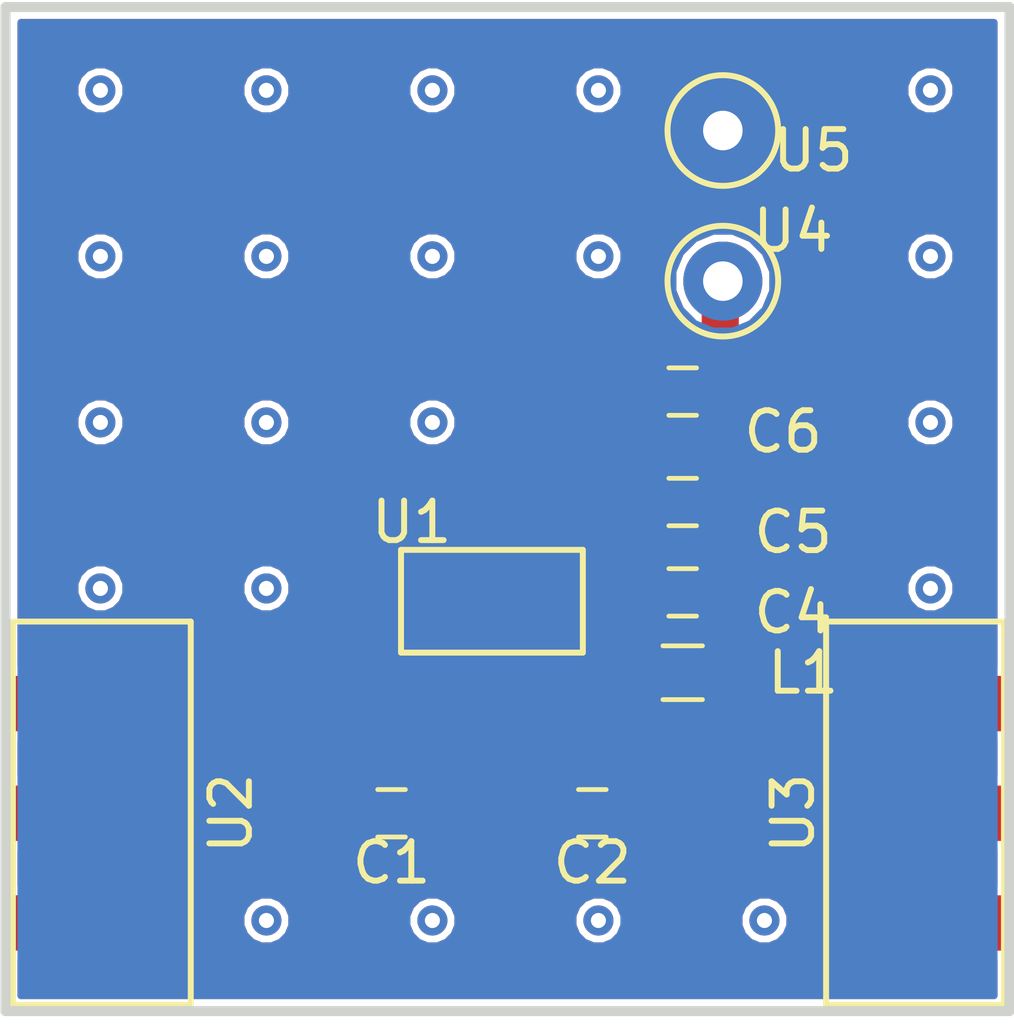
<source format=kicad_pcb>
(kicad_pcb (version 4) (host pcbnew 4.0.7)

  (general
    (links 14)
    (no_connects 1)
    (area 124.472999 99.872999 150.127001 125.527001)
    (thickness 1.6)
    (drawings 4)
    (tracks 12)
    (zones 0)
    (modules 32)
    (nets 9)
  )

  (page A4)
  (layers
    (0 F.Cu signal)
    (31 B.Cu signal)
    (32 B.Adhes user)
    (33 F.Adhes user)
    (34 B.Paste user)
    (35 F.Paste user)
    (36 B.SilkS user)
    (37 F.SilkS user)
    (38 B.Mask user)
    (39 F.Mask user)
    (40 Dwgs.User user)
    (41 Cmts.User user)
    (42 Eco1.User user)
    (43 Eco2.User user)
    (44 Edge.Cuts user)
    (45 Margin user)
    (46 B.CrtYd user)
    (47 F.CrtYd user)
    (48 B.Fab user)
    (49 F.Fab user)
  )

  (setup
    (last_trace_width 1.4)
    (user_trace_width 0.9398)
    (user_trace_width 1.4)
    (trace_clearance 0.1524)
    (zone_clearance 0.175)
    (zone_45_only no)
    (trace_min 0.1524)
    (segment_width 0.2)
    (edge_width 0.254)
    (via_size 0.6)
    (via_drill 0.4)
    (via_min_size 0.4)
    (via_min_drill 0.3)
    (uvia_size 0.3)
    (uvia_drill 0.1)
    (uvias_allowed no)
    (uvia_min_size 0.2)
    (uvia_min_drill 0.1)
    (pcb_text_width 0.3)
    (pcb_text_size 1.5 1.5)
    (mod_edge_width 0.15)
    (mod_text_size 1 1)
    (mod_text_width 0.15)
    (pad_size 0.762 0.762)
    (pad_drill 0.381)
    (pad_to_mask_clearance 0.2)
    (aux_axis_origin 0 0)
    (visible_elements 7FFFFFFF)
    (pcbplotparams
      (layerselection 0x010f0_80000001)
      (usegerberextensions false)
      (excludeedgelayer true)
      (linewidth 0.100000)
      (plotframeref false)
      (viasonmask false)
      (mode 1)
      (useauxorigin false)
      (hpglpennumber 1)
      (hpglpenspeed 20)
      (hpglpendiameter 15)
      (hpglpenoverlay 2)
      (psnegative false)
      (psa4output false)
      (plotreference true)
      (plotvalue true)
      (plotinvisibletext false)
      (padsonsilk false)
      (subtractmaskfromsilk false)
      (outputformat 1)
      (mirror false)
      (drillshape 0)
      (scaleselection 1)
      (outputdirectory Gerber/))
  )

  (net 0 "")
  (net 1 "Net-(C1-Pad1)")
  (net 2 "Net-(C1-Pad2)")
  (net 3 "Net-(C2-Pad1)")
  (net 4 "Net-(C2-Pad2)")
  (net 5 GND)
  (net 6 "Net-(C4-Pad2)")
  (net 7 "Net-(U2-Pad1)")
  (net 8 "Net-(U3-Pad1)")

  (net_class Default "This is the default net class."
    (clearance 0.1524)
    (trace_width 0.9398)
    (via_dia 0.6)
    (via_drill 0.4)
    (uvia_dia 0.3)
    (uvia_drill 0.1)
    (add_net GND)
    (add_net "Net-(C1-Pad1)")
    (add_net "Net-(C1-Pad2)")
    (add_net "Net-(C2-Pad1)")
    (add_net "Net-(C2-Pad2)")
    (add_net "Net-(C4-Pad2)")
    (add_net "Net-(U2-Pad1)")
    (add_net "Net-(U3-Pad1)")
  )

  (net_class 1 ""
    (clearance 0.289695)
    (trace_width 1.4)
    (via_dia 0.6)
    (via_drill 0.4)
    (uvia_dia 0.3)
    (uvia_drill 0.1)
  )

  (module pcb-2:SMA (layer F.Cu) (tedit 59FD34EB) (tstamp 59FD2F55)
    (at 149.86 120.396 90)
    (path /59FCC8F7)
    (fp_text reference U3 (at 0 -5.334 90) (layer F.SilkS)
      (effects (font (size 1 1) (thickness 0.15)))
    )
    (fp_text value SMA (at 0 -2.794 90) (layer F.Fab)
      (effects (font (size 1 1) (thickness 0.15)))
    )
    (fp_line (start -4.85 -4.5) (end 4.85 -4.5) (layer F.SilkS) (width 0.15))
    (fp_line (start 4.85 0) (end 4.85 -4.5) (layer F.SilkS) (width 0.15))
    (fp_line (start -4.85 0) (end -4.85 -4.5) (layer F.SilkS) (width 0.15))
    (fp_line (start -4.85 0) (end 4.85 0) (layer F.SilkS) (width 0.15))
    (pad 3 connect rect (at 2.775 -2.25 90) (size 1.4 4.5) (layers F.Cu F.Mask))
    (pad 2 connect rect (at 0 -2.25 90) (size 1.4 4.5) (layers F.Cu F.Mask)
      (net 3 "Net-(C2-Pad1)"))
    (pad 1 connect rect (at -2.775 -2.25 90) (size 1.4 4.5) (layers F.Cu F.Mask)
      (net 8 "Net-(U3-Pad1)"))
  )

  (module pcb-2:via-15mil (layer F.Cu) (tedit 59FD41A1) (tstamp 59FD4CEC)
    (at 143.8 123.108)
    (fp_text reference REF** (at 0.0508 -0.6096) (layer F.SilkS) hide
      (effects (font (size 0.127 0.127) (thickness 0.000001)))
    )
    (fp_text value via-15mil (at 0 0.6096) (layer F.Fab) hide
      (effects (font (size 0.127 0.127) (thickness 0.000001)))
    )
    (pad 1 thru_hole circle (at 0 0) (size 0.762 0.762) (drill 0.381) (layers *.Cu *.Mask))
  )

  (module pcb-2:via-15mil (layer F.Cu) (tedit 59FD41A1) (tstamp 59FD4CE8)
    (at 139.6 123.108)
    (fp_text reference REF** (at 0.0508 -0.6096) (layer F.SilkS) hide
      (effects (font (size 0.127 0.127) (thickness 0.000001)))
    )
    (fp_text value via-15mil (at 0 0.6096) (layer F.Fab) hide
      (effects (font (size 0.127 0.127) (thickness 0.000001)))
    )
    (pad 1 thru_hole circle (at 0 0) (size 0.762 0.762) (drill 0.381) (layers *.Cu *.Mask))
  )

  (module pcb-2:via-15mil (layer F.Cu) (tedit 59FD41A1) (tstamp 59FD4CE4)
    (at 135.4 123.108)
    (fp_text reference REF** (at 0.0508 -0.6096) (layer F.SilkS) hide
      (effects (font (size 0.127 0.127) (thickness 0.000001)))
    )
    (fp_text value via-15mil (at 0 0.6096) (layer F.Fab) hide
      (effects (font (size 0.127 0.127) (thickness 0.000001)))
    )
    (pad 1 thru_hole circle (at 0 0) (size 0.762 0.762) (drill 0.381) (layers *.Cu *.Mask))
  )

  (module pcb-2:via-15mil (layer F.Cu) (tedit 59FD41A1) (tstamp 59FD4CE0)
    (at 131.2 123.108)
    (fp_text reference REF** (at 0.0508 -0.6096) (layer F.SilkS) hide
      (effects (font (size 0.127 0.127) (thickness 0.000001)))
    )
    (fp_text value via-15mil (at 0 0.6096) (layer F.Fab) hide
      (effects (font (size 0.127 0.127) (thickness 0.000001)))
    )
    (pad 1 thru_hole circle (at 0 0) (size 0.762 0.762) (drill 0.381) (layers *.Cu *.Mask))
  )

  (module pcb-2:via-15mil (layer F.Cu) (tedit 59FD41A1) (tstamp 59FD4CC0)
    (at 148 114.708)
    (fp_text reference REF** (at 0.0508 -0.6096) (layer F.SilkS) hide
      (effects (font (size 0.127 0.127) (thickness 0.000001)))
    )
    (fp_text value via-15mil (at 0 0.6096) (layer F.Fab) hide
      (effects (font (size 0.127 0.127) (thickness 0.000001)))
    )
    (pad 1 thru_hole circle (at 0 0) (size 0.762 0.762) (drill 0.381) (layers *.Cu *.Mask))
  )

  (module pcb-2:via-15mil (layer F.Cu) (tedit 59FD41A1) (tstamp 59FD4CB0)
    (at 131.2 114.708)
    (fp_text reference REF** (at 0.0508 -0.6096) (layer F.SilkS) hide
      (effects (font (size 0.127 0.127) (thickness 0.000001)))
    )
    (fp_text value via-15mil (at 0 0.6096) (layer F.Fab) hide
      (effects (font (size 0.127 0.127) (thickness 0.000001)))
    )
    (pad 1 thru_hole circle (at 0 0) (size 0.762 0.762) (drill 0.381) (layers *.Cu *.Mask))
  )

  (module pcb-2:via-15mil (layer F.Cu) (tedit 59FD41A1) (tstamp 59FD4CAC)
    (at 127 114.708)
    (fp_text reference REF** (at 0.0508 -0.6096) (layer F.SilkS) hide
      (effects (font (size 0.127 0.127) (thickness 0.000001)))
    )
    (fp_text value via-15mil (at 0 0.6096) (layer F.Fab) hide
      (effects (font (size 0.127 0.127) (thickness 0.000001)))
    )
    (pad 1 thru_hole circle (at 0 0) (size 0.762 0.762) (drill 0.381) (layers *.Cu *.Mask))
  )

  (module pcb-2:via-15mil (layer F.Cu) (tedit 59FD41A1) (tstamp 59FD4CA8)
    (at 148 110.508)
    (fp_text reference REF** (at 0.0508 -0.6096) (layer F.SilkS) hide
      (effects (font (size 0.127 0.127) (thickness 0.000001)))
    )
    (fp_text value via-15mil (at 0 0.6096) (layer F.Fab) hide
      (effects (font (size 0.127 0.127) (thickness 0.000001)))
    )
    (pad 1 thru_hole circle (at 0 0) (size 0.762 0.762) (drill 0.381) (layers *.Cu *.Mask))
  )

  (module pcb-2:via-15mil (layer F.Cu) (tedit 59FD41A1) (tstamp 59FD4C9C)
    (at 135.4 110.508)
    (fp_text reference REF** (at 0.0508 -0.6096) (layer F.SilkS) hide
      (effects (font (size 0.127 0.127) (thickness 0.000001)))
    )
    (fp_text value via-15mil (at 0 0.6096) (layer F.Fab) hide
      (effects (font (size 0.127 0.127) (thickness 0.000001)))
    )
    (pad 1 thru_hole circle (at 0 0) (size 0.762 0.762) (drill 0.381) (layers *.Cu *.Mask))
  )

  (module pcb-2:via-15mil (layer F.Cu) (tedit 59FD41A1) (tstamp 59FD4C98)
    (at 131.2 110.508)
    (fp_text reference REF** (at 0.0508 -0.6096) (layer F.SilkS) hide
      (effects (font (size 0.127 0.127) (thickness 0.000001)))
    )
    (fp_text value via-15mil (at 0 0.6096) (layer F.Fab) hide
      (effects (font (size 0.127 0.127) (thickness 0.000001)))
    )
    (pad 1 thru_hole circle (at 0 0) (size 0.762 0.762) (drill 0.381) (layers *.Cu *.Mask))
  )

  (module pcb-2:via-15mil (layer F.Cu) (tedit 59FD41A1) (tstamp 59FD4C94)
    (at 127 110.508)
    (fp_text reference REF** (at 0.0508 -0.6096) (layer F.SilkS) hide
      (effects (font (size 0.127 0.127) (thickness 0.000001)))
    )
    (fp_text value via-15mil (at 0 0.6096) (layer F.Fab) hide
      (effects (font (size 0.127 0.127) (thickness 0.000001)))
    )
    (pad 1 thru_hole circle (at 0 0) (size 0.762 0.762) (drill 0.381) (layers *.Cu *.Mask))
  )

  (module pcb-2:via-15mil (layer F.Cu) (tedit 59FD41A1) (tstamp 59FD4C90)
    (at 148 106.308)
    (fp_text reference REF** (at 0.0508 -0.6096) (layer F.SilkS) hide
      (effects (font (size 0.127 0.127) (thickness 0.000001)))
    )
    (fp_text value via-15mil (at 0 0.6096) (layer F.Fab) hide
      (effects (font (size 0.127 0.127) (thickness 0.000001)))
    )
    (pad 1 thru_hole circle (at 0 0) (size 0.762 0.762) (drill 0.381) (layers *.Cu *.Mask))
  )

  (module pcb-2:via-15mil (layer F.Cu) (tedit 59FD41A1) (tstamp 59FD4C88)
    (at 139.6 106.308)
    (fp_text reference REF** (at 0.0508 -0.6096) (layer F.SilkS) hide
      (effects (font (size 0.127 0.127) (thickness 0.000001)))
    )
    (fp_text value via-15mil (at 0 0.6096) (layer F.Fab) hide
      (effects (font (size 0.127 0.127) (thickness 0.000001)))
    )
    (pad 1 thru_hole circle (at 0 0) (size 0.762 0.762) (drill 0.381) (layers *.Cu *.Mask))
  )

  (module pcb-2:via-15mil (layer F.Cu) (tedit 59FD41A1) (tstamp 59FD4C84)
    (at 135.4 106.308)
    (fp_text reference REF** (at 0.0508 -0.6096) (layer F.SilkS) hide
      (effects (font (size 0.127 0.127) (thickness 0.000001)))
    )
    (fp_text value via-15mil (at 0 0.6096) (layer F.Fab) hide
      (effects (font (size 0.127 0.127) (thickness 0.000001)))
    )
    (pad 1 thru_hole circle (at 0 0) (size 0.762 0.762) (drill 0.381) (layers *.Cu *.Mask))
  )

  (module pcb-2:via-15mil (layer F.Cu) (tedit 59FD41A1) (tstamp 59FD4C80)
    (at 131.2 106.308)
    (fp_text reference REF** (at 0.0508 -0.6096) (layer F.SilkS) hide
      (effects (font (size 0.127 0.127) (thickness 0.000001)))
    )
    (fp_text value via-15mil (at 0 0.6096) (layer F.Fab) hide
      (effects (font (size 0.127 0.127) (thickness 0.000001)))
    )
    (pad 1 thru_hole circle (at 0 0) (size 0.762 0.762) (drill 0.381) (layers *.Cu *.Mask))
  )

  (module pcb-2:via-15mil (layer F.Cu) (tedit 59FD41A1) (tstamp 59FD4C7C)
    (at 127 106.308)
    (fp_text reference REF** (at 0.0508 -0.6096) (layer F.SilkS) hide
      (effects (font (size 0.127 0.127) (thickness 0.000001)))
    )
    (fp_text value via-15mil (at 0 0.6096) (layer F.Fab) hide
      (effects (font (size 0.127 0.127) (thickness 0.000001)))
    )
    (pad 1 thru_hole circle (at 0 0) (size 0.762 0.762) (drill 0.381) (layers *.Cu *.Mask))
  )

  (module pcb-2:via-15mil (layer F.Cu) (tedit 59FD41A1) (tstamp 59FD4C78)
    (at 148 102.108)
    (fp_text reference REF** (at 0.0508 -0.6096) (layer F.SilkS) hide
      (effects (font (size 0.127 0.127) (thickness 0.000001)))
    )
    (fp_text value via-15mil (at 0 0.6096) (layer F.Fab) hide
      (effects (font (size 0.127 0.127) (thickness 0.000001)))
    )
    (pad 1 thru_hole circle (at 0 0) (size 0.762 0.762) (drill 0.381) (layers *.Cu *.Mask))
  )

  (module pcb-2:via-15mil (layer F.Cu) (tedit 59FD41A1) (tstamp 59FD4C70)
    (at 139.6 102.108)
    (fp_text reference REF** (at 0.0508 -0.6096) (layer F.SilkS) hide
      (effects (font (size 0.127 0.127) (thickness 0.000001)))
    )
    (fp_text value via-15mil (at 0 0.6096) (layer F.Fab) hide
      (effects (font (size 0.127 0.127) (thickness 0.000001)))
    )
    (pad 1 thru_hole circle (at 0 0) (size 0.762 0.762) (drill 0.381) (layers *.Cu *.Mask))
  )

  (module pcb-2:via-15mil (layer F.Cu) (tedit 59FD41A1) (tstamp 59FD4C6C)
    (at 135.4 102.108)
    (fp_text reference REF** (at 0.0508 -0.6096) (layer F.SilkS) hide
      (effects (font (size 0.127 0.127) (thickness 0.000001)))
    )
    (fp_text value via-15mil (at 0 0.6096) (layer F.Fab) hide
      (effects (font (size 0.127 0.127) (thickness 0.000001)))
    )
    (pad 1 thru_hole circle (at 0 0) (size 0.762 0.762) (drill 0.381) (layers *.Cu *.Mask))
  )

  (module pcb-2:via-15mil (layer F.Cu) (tedit 59FD41A1) (tstamp 59FD4C68)
    (at 131.2 102.108)
    (fp_text reference REF** (at 0.0508 -0.6096) (layer F.SilkS) hide
      (effects (font (size 0.127 0.127) (thickness 0.000001)))
    )
    (fp_text value via-15mil (at 0 0.6096) (layer F.Fab) hide
      (effects (font (size 0.127 0.127) (thickness 0.000001)))
    )
    (pad 1 thru_hole circle (at 0 0) (size 0.762 0.762) (drill 0.381) (layers *.Cu *.Mask))
  )

  (module pcb-2:SMA (layer F.Cu) (tedit 59FD34EE) (tstamp 59FD2F4A)
    (at 129.286 120.396 90)
    (path /59FCC216)
    (fp_text reference U2 (at 0 1.016 90) (layer F.SilkS)
      (effects (font (size 1 1) (thickness 0.15)))
    )
    (fp_text value SMA (at 0 -2.032 90) (layer F.Fab)
      (effects (font (size 1 1) (thickness 0.15)))
    )
    (fp_line (start -4.85 -4.5) (end 4.85 -4.5) (layer F.SilkS) (width 0.15))
    (fp_line (start 4.85 0) (end 4.85 -4.5) (layer F.SilkS) (width 0.15))
    (fp_line (start -4.85 0) (end -4.85 -4.5) (layer F.SilkS) (width 0.15))
    (fp_line (start -4.85 0) (end 4.85 0) (layer F.SilkS) (width 0.15))
    (pad 3 connect rect (at 2.775 -2.25 90) (size 1.4 4.5) (layers F.Cu F.Mask))
    (pad 2 connect rect (at 0 -2.25 90) (size 1.4 4.5) (layers F.Cu F.Mask)
      (net 2 "Net-(C1-Pad2)"))
    (pad 1 connect rect (at -2.775 -2.25 90) (size 1.4 4.5) (layers F.Cu F.Mask)
      (net 7 "Net-(U2-Pad1)"))
  )

  (module pcb-2:C_0603_HandSoldering (layer F.Cu) (tedit 58AA848B) (tstamp 59FD2ECD)
    (at 134.366 120.396 180)
    (descr "Capacitor SMD 0603, hand soldering")
    (tags "capacitor 0603")
    (path /59FCC324)
    (attr smd)
    (fp_text reference C1 (at 0 -1.25 180) (layer F.SilkS)
      (effects (font (size 1 1) (thickness 0.15)))
    )
    (fp_text value 100n (at 0 1.5 180) (layer F.Fab)
      (effects (font (size 1 1) (thickness 0.15)))
    )
    (fp_text user %R (at 0 -1.25 180) (layer F.Fab)
      (effects (font (size 1 1) (thickness 0.15)))
    )
    (fp_line (start -0.8 0.4) (end -0.8 -0.4) (layer F.Fab) (width 0.1))
    (fp_line (start 0.8 0.4) (end -0.8 0.4) (layer F.Fab) (width 0.1))
    (fp_line (start 0.8 -0.4) (end 0.8 0.4) (layer F.Fab) (width 0.1))
    (fp_line (start -0.8 -0.4) (end 0.8 -0.4) (layer F.Fab) (width 0.1))
    (fp_line (start -0.35 -0.6) (end 0.35 -0.6) (layer F.SilkS) (width 0.12))
    (fp_line (start 0.35 0.6) (end -0.35 0.6) (layer F.SilkS) (width 0.12))
    (fp_line (start -1.8 -0.65) (end 1.8 -0.65) (layer F.CrtYd) (width 0.05))
    (fp_line (start -1.8 -0.65) (end -1.8 0.65) (layer F.CrtYd) (width 0.05))
    (fp_line (start 1.8 0.65) (end 1.8 -0.65) (layer F.CrtYd) (width 0.05))
    (fp_line (start 1.8 0.65) (end -1.8 0.65) (layer F.CrtYd) (width 0.05))
    (pad 1 smd rect (at -0.95 0 180) (size 1.2 0.75) (layers F.Cu F.Paste F.Mask)
      (net 1 "Net-(C1-Pad1)"))
    (pad 2 smd rect (at 0.95 0 180) (size 1.2 0.75) (layers F.Cu F.Paste F.Mask)
      (net 2 "Net-(C1-Pad2)"))
    (model Capacitors_SMD.3dshapes/C_0603.wrl
      (at (xyz 0 0 0))
      (scale (xyz 1 1 1))
      (rotate (xyz 0 0 0))
    )
  )

  (module pcb-2:C_0603_HandSoldering (layer F.Cu) (tedit 58AA848B) (tstamp 59FD2EDE)
    (at 139.446 120.396 180)
    (descr "Capacitor SMD 0603, hand soldering")
    (tags "capacitor 0603")
    (path /59FCC95B)
    (attr smd)
    (fp_text reference C2 (at 0 -1.25 180) (layer F.SilkS)
      (effects (font (size 1 1) (thickness 0.15)))
    )
    (fp_text value 100n (at 0 1.5 180) (layer F.Fab)
      (effects (font (size 1 1) (thickness 0.15)))
    )
    (fp_text user %R (at 0 -1.25 180) (layer F.Fab)
      (effects (font (size 1 1) (thickness 0.15)))
    )
    (fp_line (start -0.8 0.4) (end -0.8 -0.4) (layer F.Fab) (width 0.1))
    (fp_line (start 0.8 0.4) (end -0.8 0.4) (layer F.Fab) (width 0.1))
    (fp_line (start 0.8 -0.4) (end 0.8 0.4) (layer F.Fab) (width 0.1))
    (fp_line (start -0.8 -0.4) (end 0.8 -0.4) (layer F.Fab) (width 0.1))
    (fp_line (start -0.35 -0.6) (end 0.35 -0.6) (layer F.SilkS) (width 0.12))
    (fp_line (start 0.35 0.6) (end -0.35 0.6) (layer F.SilkS) (width 0.12))
    (fp_line (start -1.8 -0.65) (end 1.8 -0.65) (layer F.CrtYd) (width 0.05))
    (fp_line (start -1.8 -0.65) (end -1.8 0.65) (layer F.CrtYd) (width 0.05))
    (fp_line (start 1.8 0.65) (end 1.8 -0.65) (layer F.CrtYd) (width 0.05))
    (fp_line (start 1.8 0.65) (end -1.8 0.65) (layer F.CrtYd) (width 0.05))
    (pad 1 smd rect (at -0.95 0 180) (size 1.2 0.75) (layers F.Cu F.Paste F.Mask)
      (net 3 "Net-(C2-Pad1)"))
    (pad 2 smd rect (at 0.95 0 180) (size 1.2 0.75) (layers F.Cu F.Paste F.Mask)
      (net 4 "Net-(C2-Pad2)"))
    (model Capacitors_SMD.3dshapes/C_0603.wrl
      (at (xyz 0 0 0))
      (scale (xyz 1 1 1))
      (rotate (xyz 0 0 0))
    )
  )

  (module pcb-2:C_0603_HandSoldering (layer F.Cu) (tedit 59FD35F6) (tstamp 59FD2EEF)
    (at 141.732 114.808)
    (descr "Capacitor SMD 0603, hand soldering")
    (tags "capacitor 0603")
    (path /59FCCEC4)
    (attr smd)
    (fp_text reference C4 (at 2.794 0.508) (layer F.SilkS)
      (effects (font (size 1 1) (thickness 0.15)))
    )
    (fp_text value 68p (at 0 1.5) (layer F.Fab)
      (effects (font (size 1 1) (thickness 0.15)))
    )
    (fp_text user %R (at 2.794 0) (layer F.Fab)
      (effects (font (size 1 1) (thickness 0.15)))
    )
    (fp_line (start -0.8 0.4) (end -0.8 -0.4) (layer F.Fab) (width 0.1))
    (fp_line (start 0.8 0.4) (end -0.8 0.4) (layer F.Fab) (width 0.1))
    (fp_line (start 0.8 -0.4) (end 0.8 0.4) (layer F.Fab) (width 0.1))
    (fp_line (start -0.8 -0.4) (end 0.8 -0.4) (layer F.Fab) (width 0.1))
    (fp_line (start -0.35 -0.6) (end 0.35 -0.6) (layer F.SilkS) (width 0.12))
    (fp_line (start 0.35 0.6) (end -0.35 0.6) (layer F.SilkS) (width 0.12))
    (fp_line (start -1.8 -0.65) (end 1.8 -0.65) (layer F.CrtYd) (width 0.05))
    (fp_line (start -1.8 -0.65) (end -1.8 0.65) (layer F.CrtYd) (width 0.05))
    (fp_line (start 1.8 0.65) (end 1.8 -0.65) (layer F.CrtYd) (width 0.05))
    (fp_line (start 1.8 0.65) (end -1.8 0.65) (layer F.CrtYd) (width 0.05))
    (pad 1 smd rect (at -0.95 0) (size 1.2 0.75) (layers F.Cu F.Paste F.Mask)
      (net 5 GND))
    (pad 2 smd rect (at 0.95 0) (size 1.2 0.75) (layers F.Cu F.Paste F.Mask)
      (net 6 "Net-(C4-Pad2)"))
    (model Capacitors_SMD.3dshapes/C_0603.wrl
      (at (xyz 0 0 0))
      (scale (xyz 1 1 1))
      (rotate (xyz 0 0 0))
    )
  )

  (module pcb-2:C_0603_HandSoldering (layer F.Cu) (tedit 59FD35F5) (tstamp 59FD2F00)
    (at 141.732 112.522)
    (descr "Capacitor SMD 0603, hand soldering")
    (tags "capacitor 0603")
    (path /59FCCF34)
    (attr smd)
    (fp_text reference C5 (at 2.794 0.762) (layer F.SilkS)
      (effects (font (size 1 1) (thickness 0.15)))
    )
    (fp_text value 1.2n (at 0 1.5) (layer F.Fab)
      (effects (font (size 1 1) (thickness 0.15)))
    )
    (fp_text user %R (at 2.794 0) (layer F.Fab)
      (effects (font (size 1 1) (thickness 0.15)))
    )
    (fp_line (start -0.8 0.4) (end -0.8 -0.4) (layer F.Fab) (width 0.1))
    (fp_line (start 0.8 0.4) (end -0.8 0.4) (layer F.Fab) (width 0.1))
    (fp_line (start 0.8 -0.4) (end 0.8 0.4) (layer F.Fab) (width 0.1))
    (fp_line (start -0.8 -0.4) (end 0.8 -0.4) (layer F.Fab) (width 0.1))
    (fp_line (start -0.35 -0.6) (end 0.35 -0.6) (layer F.SilkS) (width 0.12))
    (fp_line (start 0.35 0.6) (end -0.35 0.6) (layer F.SilkS) (width 0.12))
    (fp_line (start -1.8 -0.65) (end 1.8 -0.65) (layer F.CrtYd) (width 0.05))
    (fp_line (start -1.8 -0.65) (end -1.8 0.65) (layer F.CrtYd) (width 0.05))
    (fp_line (start 1.8 0.65) (end 1.8 -0.65) (layer F.CrtYd) (width 0.05))
    (fp_line (start 1.8 0.65) (end -1.8 0.65) (layer F.CrtYd) (width 0.05))
    (pad 1 smd rect (at -0.95 0) (size 1.2 0.75) (layers F.Cu F.Paste F.Mask)
      (net 5 GND))
    (pad 2 smd rect (at 0.95 0) (size 1.2 0.75) (layers F.Cu F.Paste F.Mask)
      (net 6 "Net-(C4-Pad2)"))
    (model Capacitors_SMD.3dshapes/C_0603.wrl
      (at (xyz 0 0 0))
      (scale (xyz 1 1 1))
      (rotate (xyz 0 0 0))
    )
  )

  (module pcb-2:C_0603_HandSoldering (layer F.Cu) (tedit 59FD35F3) (tstamp 59FD2F11)
    (at 141.732 109.728)
    (descr "Capacitor SMD 0603, hand soldering")
    (tags "capacitor 0603")
    (path /59FCCFFA)
    (attr smd)
    (fp_text reference C6 (at 2.54 1.016) (layer F.SilkS)
      (effects (font (size 1 1) (thickness 0.15)))
    )
    (fp_text value 1u (at 0 1.5) (layer F.Fab)
      (effects (font (size 1 1) (thickness 0.15)))
    )
    (fp_text user %R (at 2.794 0) (layer F.Fab)
      (effects (font (size 1 1) (thickness 0.15)))
    )
    (fp_line (start -0.8 0.4) (end -0.8 -0.4) (layer F.Fab) (width 0.1))
    (fp_line (start 0.8 0.4) (end -0.8 0.4) (layer F.Fab) (width 0.1))
    (fp_line (start 0.8 -0.4) (end 0.8 0.4) (layer F.Fab) (width 0.1))
    (fp_line (start -0.8 -0.4) (end 0.8 -0.4) (layer F.Fab) (width 0.1))
    (fp_line (start -0.35 -0.6) (end 0.35 -0.6) (layer F.SilkS) (width 0.12))
    (fp_line (start 0.35 0.6) (end -0.35 0.6) (layer F.SilkS) (width 0.12))
    (fp_line (start -1.8 -0.65) (end 1.8 -0.65) (layer F.CrtYd) (width 0.05))
    (fp_line (start -1.8 -0.65) (end -1.8 0.65) (layer F.CrtYd) (width 0.05))
    (fp_line (start 1.8 0.65) (end 1.8 -0.65) (layer F.CrtYd) (width 0.05))
    (fp_line (start 1.8 0.65) (end -1.8 0.65) (layer F.CrtYd) (width 0.05))
    (pad 1 smd rect (at -0.95 0) (size 1.2 0.75) (layers F.Cu F.Paste F.Mask)
      (net 5 GND))
    (pad 2 smd rect (at 0.95 0) (size 1.2 0.75) (layers F.Cu F.Paste F.Mask)
      (net 6 "Net-(C4-Pad2)"))
    (model Capacitors_SMD.3dshapes/C_0603.wrl
      (at (xyz 0 0 0))
      (scale (xyz 1 1 1))
      (rotate (xyz 0 0 0))
    )
  )

  (module pcb-2:L_0603_HandSoldering (layer F.Cu) (tedit 59FD2A33) (tstamp 59FD2F22)
    (at 141.732 116.84 180)
    (descr "Resistor SMD 0603, hand soldering")
    (tags "resistor 0603")
    (path /59FCCDCC)
    (attr smd)
    (fp_text reference L1 (at -3.048 0 180) (layer F.SilkS)
      (effects (font (size 1 1) (thickness 0.15)))
    )
    (fp_text value 43n (at -0.254 -1.524 180) (layer F.Fab)
      (effects (font (size 1 1) (thickness 0.15)))
    )
    (fp_text user %R (at 0 0 180) (layer F.Fab)
      (effects (font (size 0.4 0.4) (thickness 0.075)))
    )
    (fp_line (start -0.8 0.4) (end -0.8 -0.4) (layer F.Fab) (width 0.1))
    (fp_line (start 0.8 0.4) (end -0.8 0.4) (layer F.Fab) (width 0.1))
    (fp_line (start 0.8 -0.4) (end 0.8 0.4) (layer F.Fab) (width 0.1))
    (fp_line (start -0.8 -0.4) (end 0.8 -0.4) (layer F.Fab) (width 0.1))
    (fp_line (start -2 -0.8) (end 2 -0.8) (layer F.CrtYd) (width 0.05))
    (fp_line (start -2 0.8) (end 2 0.8) (layer F.CrtYd) (width 0.05))
    (fp_line (start -2 -0.8) (end -2 0.8) (layer F.CrtYd) (width 0.05))
    (fp_line (start 2 -0.8) (end 2 0.8) (layer F.CrtYd) (width 0.05))
    (fp_line (start 0.5 0.68) (end -0.5 0.68) (layer F.SilkS) (width 0.12))
    (fp_line (start -0.5 -0.68) (end 0.5 -0.68) (layer F.SilkS) (width 0.12))
    (pad 1 smd rect (at -1.1 0 180) (size 1.2 0.9) (layers F.Cu F.Paste F.Mask)
      (net 6 "Net-(C4-Pad2)"))
    (pad 2 smd rect (at 1.1 0 180) (size 1.2 0.9) (layers F.Cu F.Paste F.Mask)
      (net 4 "Net-(C2-Pad2)"))
    (model ${KISYS3DMOD}/Inductors_SMD.3dshapes/L_0603.wrl
      (at (xyz 0 0 0))
      (scale (xyz 1 1 1))
      (rotate (xyz 0 0 0))
    )
  )

  (module pcb-2:ADL5611 (layer F.Cu) (tedit 59FD35FC) (tstamp 59FD2F3F)
    (at 136.906 116.332)
    (path /59FCC12B)
    (fp_text reference U1 (at -2.032 -3.302) (layer F.SilkS)
      (effects (font (size 1 1) (thickness 0.15)))
    )
    (fp_text value ADL5611 (at 0 2.0828) (layer F.Fab)
      (effects (font (size 1 1) (thickness 0.15)))
    )
    (fp_line (start 2.3 -2.6) (end -2.3 -2.6) (layer F.SilkS) (width 0.15))
    (fp_line (start -2.3 0) (end -2.3 -2.6) (layer F.SilkS) (width 0.15))
    (fp_line (start 2.3 0) (end 2.3 -2.6) (layer F.SilkS) (width 0.15))
    (fp_line (start 2.3 0) (end -2.3 0) (layer F.SilkS) (width 0.15))
    (pad 3 smd rect (at 1.5 0.6) (size 0.52 1.2) (layers F.Cu F.Paste F.Mask)
      (net 4 "Net-(C2-Pad2)"))
    (pad 2 smd rect (at 0 -1.56) (size 1.75 2.98) (layers F.Cu F.Paste F.Mask)
      (net 5 GND))
    (pad 2 smd rect (at 0 0.565) (size 0.56 1.27) (layers F.Cu F.Paste F.Mask)
      (net 5 GND))
    (pad 1 smd rect (at -1.5 0.6) (size 0.52 1.2) (layers F.Cu F.Paste F.Mask)
      (net 1 "Net-(C1-Pad1)"))
  )

  (module pcb-2:Test_Point_Keystone_5000-5004_Miniature (layer F.Cu) (tedit 59FD35F1) (tstamp 59FD2F61)
    (at 142.748 106.934)
    (descr "Keystone Miniature THM Test Point 5000-5004, http://www.keyelco.com/product-pdf.cfm?p=1309")
    (tags "Through Hole Mount Test Points")
    (path /59FD0F60)
    (attr virtual)
    (fp_text reference U4 (at 1.778 -1.27) (layer F.SilkS)
      (effects (font (size 1 1) (thickness 0.15)))
    )
    (fp_text value VCC (at -2.794 -1.016) (layer F.Fab)
      (effects (font (size 1 1) (thickness 0.15)))
    )
    (fp_circle (center 0 0) (end 1.65 0) (layer F.CrtYd) (width 0.05))
    (fp_line (start -0.75 -0.25) (end 0.75 -0.25) (layer F.Fab) (width 0.15))
    (fp_line (start 0.75 -0.25) (end 0.75 0.25) (layer F.Fab) (width 0.15))
    (fp_line (start 0.75 0.25) (end -0.75 0.25) (layer F.Fab) (width 0.15))
    (fp_line (start -0.75 0.25) (end -0.75 -0.25) (layer F.Fab) (width 0.15))
    (fp_circle (center 0 0) (end 1.25 0) (layer F.Fab) (width 0.15))
    (fp_circle (center 0 0) (end 1.4 0) (layer F.SilkS) (width 0.15))
    (pad 1 thru_hole circle (at 0 0) (size 2 2) (drill 1) (layers *.Cu *.Mask)
      (net 6 "Net-(C4-Pad2)"))
  )

  (module pcb-2:Test_Point_Keystone_5000-5004_Miniature (layer F.Cu) (tedit 59FD35EC) (tstamp 59FD2F6D)
    (at 142.748 103.124)
    (descr "Keystone Miniature THM Test Point 5000-5004, http://www.keyelco.com/product-pdf.cfm?p=1309")
    (tags "Through Hole Mount Test Points")
    (path /59FD114D)
    (attr virtual)
    (fp_text reference U5 (at 2.286 0.508) (layer F.SilkS)
      (effects (font (size 1 1) (thickness 0.15)))
    )
    (fp_text value GND (at -2.794 0.508) (layer F.Fab)
      (effects (font (size 1 1) (thickness 0.15)))
    )
    (fp_circle (center 0 0) (end 1.65 0) (layer F.CrtYd) (width 0.05))
    (fp_line (start -0.75 -0.25) (end 0.75 -0.25) (layer F.Fab) (width 0.15))
    (fp_line (start 0.75 -0.25) (end 0.75 0.25) (layer F.Fab) (width 0.15))
    (fp_line (start 0.75 0.25) (end -0.75 0.25) (layer F.Fab) (width 0.15))
    (fp_line (start -0.75 0.25) (end -0.75 -0.25) (layer F.Fab) (width 0.15))
    (fp_circle (center 0 0) (end 1.25 0) (layer F.Fab) (width 0.15))
    (fp_circle (center 0 0) (end 1.4 0) (layer F.SilkS) (width 0.15))
    (pad 1 thru_hole circle (at 0 0) (size 2 2) (drill 1) (layers *.Cu *.Mask)
      (net 5 GND))
  )

  (module pcb-2:via-15mil (layer F.Cu) (tedit 59FD41A1) (tstamp 59FD4555)
    (at 127 102.108)
    (fp_text reference REF** (at 0.0508 -0.6096) (layer F.SilkS) hide
      (effects (font (size 0.127 0.127) (thickness 0.000001)))
    )
    (fp_text value via-15mil (at 0 0.6096) (layer F.Fab) hide
      (effects (font (size 0.127 0.127) (thickness 0.000001)))
    )
    (pad 1 thru_hole circle (at 0 0) (size 0.762 0.762) (drill 0.381) (layers *.Cu *.Mask))
  )

  (gr_line (start 150 100) (end 124.6 100) (angle 90) (layer Edge.Cuts) (width 0.254))
  (gr_line (start 124.6 125.4) (end 124.6 100) (angle 90) (layer Edge.Cuts) (width 0.254))
  (gr_line (start 150 125.4) (end 124.6 125.4) (angle 90) (layer Edge.Cuts) (width 0.254))
  (gr_line (start 150 125.4) (end 150 100) (angle 90) (layer Edge.Cuts) (width 0.254))

  (segment (start 135.406 120.306) (end 135.316 120.396) (width 0.9398) (layer F.Cu) (net 1) (tstamp 59FD34FA) (status 30))
  (segment (start 135.406 116.932) (end 135.406 120.306) (width 0.9398) (layer F.Cu) (net 1) (status 20))
  (segment (start 126.782 120.396) (end 132.842 120.396) (width 1.4) (layer F.Cu) (net 2) (status 10))
  (segment (start 132.842 120.396) (end 133.416 120.396) (width 1.4) (layer F.Cu) (net 2) (tstamp 59FD3F3B) (status 30))
  (segment (start 148.118 120.396) (end 140.396 120.396) (width 1.4) (layer F.Cu) (net 3) (status 10))
  (segment (start 140.632 116.84) (end 138.498 116.84) (width 0.9398) (layer F.Cu) (net 4) (status 10))
  (segment (start 138.496 116.842) (end 138.496 120.396) (width 0.9398) (layer F.Cu) (net 4) (tstamp 59FD34F7) (status 30))
  (segment (start 138.498 116.84) (end 138.496 116.842) (width 0.9398) (layer F.Cu) (net 4) (tstamp 59FD34F6) (status 30))
  (segment (start 142.682 107.038) (end 142.682 112.522) (width 0.9398) (layer F.Cu) (net 6) (tstamp 59FD34F0) (status 10))
  (segment (start 142.682 112.522) (end 142.682 114.808) (width 0.9398) (layer F.Cu) (net 6) (tstamp 59FD34F1) (status 10))
  (segment (start 142.682 114.808) (end 142.832 114.958) (width 0.9398) (layer F.Cu) (net 6) (tstamp 59FD34F2) (status 30))
  (segment (start 142.832 114.958) (end 142.832 116.84) (width 0.9398) (layer F.Cu) (net 6) (tstamp 59FD34F3) (status 10))

  (zone (net 5) (net_name GND) (layer F.Cu) (tstamp 59FD3F41) (hatch edge 0.508)
    (connect_pads yes (clearance 0.175))
    (min_thickness 0.175)
    (fill yes (arc_segments 16) (thermal_gap 0.508) (thermal_bridge_width 0.508))
    (polygon
      (pts
        (xy 150.114 101.346) (xy 150.114 99.822) (xy 124.46 99.822) (xy 124.46 125.73) (xy 150.114 125.476)
        (xy 150.114 100.584)
      )
    )
    (filled_polygon
      (pts
        (xy 149.6105 116.653358) (xy 145.36 116.653358) (xy 145.262724 116.671662) (xy 145.173381 116.729152) (xy 145.113444 116.816872)
        (xy 145.092358 116.921) (xy 145.092358 118.321) (xy 145.110662 118.418276) (xy 145.168152 118.507619) (xy 145.255872 118.567556)
        (xy 145.36 118.588642) (xy 149.6105 118.588642) (xy 149.6105 119.428358) (xy 145.36 119.428358) (xy 145.332673 119.4335)
        (xy 140.396 119.4335) (xy 140.027667 119.506766) (xy 139.71541 119.71541) (xy 139.662059 119.795255) (xy 139.609381 119.829152)
        (xy 139.549444 119.916872) (xy 139.53581 119.9842) (xy 139.506766 120.027667) (xy 139.4335 120.396) (xy 139.506766 120.764333)
        (xy 139.535076 120.806701) (xy 139.546662 120.868276) (xy 139.604152 120.957619) (xy 139.662601 120.997556) (xy 139.71541 121.07659)
        (xy 140.027667 121.285234) (xy 140.396 121.3585) (xy 145.334608 121.3585) (xy 145.36 121.363642) (xy 149.6105 121.363642)
        (xy 149.6105 122.203358) (xy 145.36 122.203358) (xy 145.262724 122.221662) (xy 145.173381 122.279152) (xy 145.113444 122.366872)
        (xy 145.092358 122.471) (xy 145.092358 123.871) (xy 145.110662 123.968276) (xy 145.168152 124.057619) (xy 145.255872 124.117556)
        (xy 145.36 124.138642) (xy 149.6105 124.138642) (xy 149.6105 125.0105) (xy 124.9895 125.0105) (xy 124.9895 124.138642)
        (xy 129.286 124.138642) (xy 129.383276 124.120338) (xy 129.472619 124.062848) (xy 129.532556 123.975128) (xy 129.553642 123.871)
        (xy 129.553642 123.235439) (xy 130.556388 123.235439) (xy 130.654149 123.472037) (xy 130.835011 123.653215) (xy 131.071438 123.751388)
        (xy 131.327439 123.751612) (xy 131.564037 123.653851) (xy 131.745215 123.472989) (xy 131.843388 123.236562) (xy 131.843388 123.235439)
        (xy 134.756388 123.235439) (xy 134.854149 123.472037) (xy 135.035011 123.653215) (xy 135.271438 123.751388) (xy 135.527439 123.751612)
        (xy 135.764037 123.653851) (xy 135.945215 123.472989) (xy 136.043388 123.236562) (xy 136.043388 123.235439) (xy 138.956388 123.235439)
        (xy 139.054149 123.472037) (xy 139.235011 123.653215) (xy 139.471438 123.751388) (xy 139.727439 123.751612) (xy 139.964037 123.653851)
        (xy 140.145215 123.472989) (xy 140.243388 123.236562) (xy 140.243388 123.235439) (xy 143.156388 123.235439) (xy 143.254149 123.472037)
        (xy 143.435011 123.653215) (xy 143.671438 123.751388) (xy 143.927439 123.751612) (xy 144.164037 123.653851) (xy 144.345215 123.472989)
        (xy 144.443388 123.236562) (xy 144.443612 122.980561) (xy 144.345851 122.743963) (xy 144.164989 122.562785) (xy 143.928562 122.464612)
        (xy 143.672561 122.464388) (xy 143.435963 122.562149) (xy 143.254785 122.743011) (xy 143.156612 122.979438) (xy 143.156388 123.235439)
        (xy 140.243388 123.235439) (xy 140.243612 122.980561) (xy 140.145851 122.743963) (xy 139.964989 122.562785) (xy 139.728562 122.464612)
        (xy 139.472561 122.464388) (xy 139.235963 122.562149) (xy 139.054785 122.743011) (xy 138.956612 122.979438) (xy 138.956388 123.235439)
        (xy 136.043388 123.235439) (xy 136.043612 122.980561) (xy 135.945851 122.743963) (xy 135.764989 122.562785) (xy 135.528562 122.464612)
        (xy 135.272561 122.464388) (xy 135.035963 122.562149) (xy 134.854785 122.743011) (xy 134.756612 122.979438) (xy 134.756388 123.235439)
        (xy 131.843388 123.235439) (xy 131.843612 122.980561) (xy 131.745851 122.743963) (xy 131.564989 122.562785) (xy 131.328562 122.464612)
        (xy 131.072561 122.464388) (xy 130.835963 122.562149) (xy 130.654785 122.743011) (xy 130.556612 122.979438) (xy 130.556388 123.235439)
        (xy 129.553642 123.235439) (xy 129.553642 122.471) (xy 129.535338 122.373724) (xy 129.477848 122.284381) (xy 129.390128 122.224444)
        (xy 129.286 122.203358) (xy 124.9895 122.203358) (xy 124.9895 121.363642) (xy 129.286 121.363642) (xy 129.313327 121.3585)
        (xy 133.416 121.3585) (xy 133.784333 121.285234) (xy 134.09659 121.07659) (xy 134.149941 120.996745) (xy 134.202619 120.962848)
        (xy 134.262556 120.875128) (xy 134.27619 120.8078) (xy 134.305234 120.764333) (xy 134.3785 120.396) (xy 134.305234 120.027667)
        (xy 134.30078 120.021) (xy 134.448358 120.021) (xy 134.448358 120.771) (xy 134.466662 120.868276) (xy 134.524152 120.957619)
        (xy 134.611872 121.017556) (xy 134.716 121.038642) (xy 134.984828 121.038642) (xy 135.035723 121.072649) (xy 135.316 121.1284)
        (xy 135.596277 121.072649) (xy 135.647172 121.038642) (xy 135.916 121.038642) (xy 136.013276 121.020338) (xy 136.102619 120.962848)
        (xy 136.162556 120.875128) (xy 136.183642 120.771) (xy 136.183642 120.021) (xy 137.628358 120.021) (xy 137.628358 120.771)
        (xy 137.646662 120.868276) (xy 137.704152 120.957619) (xy 137.791872 121.017556) (xy 137.896 121.038642) (xy 138.164828 121.038642)
        (xy 138.215723 121.072649) (xy 138.496 121.1284) (xy 138.776277 121.072649) (xy 138.827172 121.038642) (xy 139.096 121.038642)
        (xy 139.193276 121.020338) (xy 139.282619 120.962848) (xy 139.342556 120.875128) (xy 139.363642 120.771) (xy 139.363642 120.021)
        (xy 139.345338 119.923724) (xy 139.287848 119.834381) (xy 139.2284 119.793762) (xy 139.2284 117.5724) (xy 140.632 117.5724)
        (xy 140.706193 117.557642) (xy 141.232 117.557642) (xy 141.329276 117.539338) (xy 141.418619 117.481848) (xy 141.478556 117.394128)
        (xy 141.499642 117.29) (xy 141.499642 116.39) (xy 141.481338 116.292724) (xy 141.423848 116.203381) (xy 141.336128 116.143444)
        (xy 141.232 116.122358) (xy 140.706193 116.122358) (xy 140.632 116.1076) (xy 138.802554 116.1076) (xy 138.770128 116.085444)
        (xy 138.666 116.064358) (xy 138.146 116.064358) (xy 138.048724 116.082662) (xy 137.959381 116.140152) (xy 137.899444 116.227872)
        (xy 137.878358 116.332) (xy 137.878358 116.473412) (xy 137.819351 116.561723) (xy 137.7636 116.842) (xy 137.7636 119.794263)
        (xy 137.709381 119.829152) (xy 137.649444 119.916872) (xy 137.628358 120.021) (xy 136.183642 120.021) (xy 136.165338 119.923724)
        (xy 136.1384 119.881861) (xy 136.1384 116.932) (xy 136.082649 116.651723) (xy 135.933642 116.428717) (xy 135.933642 116.332)
        (xy 135.915338 116.234724) (xy 135.857848 116.145381) (xy 135.770128 116.085444) (xy 135.666 116.064358) (xy 135.146 116.064358)
        (xy 135.048724 116.082662) (xy 134.959381 116.140152) (xy 134.899444 116.227872) (xy 134.878358 116.332) (xy 134.878358 116.428717)
        (xy 134.729351 116.651723) (xy 134.6736 116.932) (xy 134.6736 119.761336) (xy 134.618724 119.771662) (xy 134.529381 119.829152)
        (xy 134.469444 119.916872) (xy 134.448358 120.021) (xy 134.30078 120.021) (xy 134.276924 119.985299) (xy 134.265338 119.923724)
        (xy 134.207848 119.834381) (xy 134.149399 119.794444) (xy 134.09659 119.71541) (xy 133.784333 119.506766) (xy 133.416 119.4335)
        (xy 129.311392 119.4335) (xy 129.286 119.428358) (xy 124.9895 119.428358) (xy 124.9895 118.588642) (xy 129.286 118.588642)
        (xy 129.383276 118.570338) (xy 129.472619 118.512848) (xy 129.532556 118.425128) (xy 129.553642 118.321) (xy 129.553642 116.921)
        (xy 129.535338 116.823724) (xy 129.477848 116.734381) (xy 129.390128 116.674444) (xy 129.286 116.653358) (xy 124.9895 116.653358)
        (xy 124.9895 114.835439) (xy 126.356388 114.835439) (xy 126.454149 115.072037) (xy 126.635011 115.253215) (xy 126.871438 115.351388)
        (xy 127.127439 115.351612) (xy 127.364037 115.253851) (xy 127.545215 115.072989) (xy 127.643388 114.836562) (xy 127.643388 114.835439)
        (xy 130.556388 114.835439) (xy 130.654149 115.072037) (xy 130.835011 115.253215) (xy 131.071438 115.351388) (xy 131.327439 115.351612)
        (xy 131.564037 115.253851) (xy 131.745215 115.072989) (xy 131.843388 114.836562) (xy 131.843612 114.580561) (xy 131.745851 114.343963)
        (xy 131.564989 114.162785) (xy 131.328562 114.064612) (xy 131.072561 114.064388) (xy 130.835963 114.162149) (xy 130.654785 114.343011)
        (xy 130.556612 114.579438) (xy 130.556388 114.835439) (xy 127.643388 114.835439) (xy 127.643612 114.580561) (xy 127.545851 114.343963)
        (xy 127.364989 114.162785) (xy 127.128562 114.064612) (xy 126.872561 114.064388) (xy 126.635963 114.162149) (xy 126.454785 114.343011)
        (xy 126.356612 114.579438) (xy 126.356388 114.835439) (xy 124.9895 114.835439) (xy 124.9895 110.635439) (xy 126.356388 110.635439)
        (xy 126.454149 110.872037) (xy 126.635011 111.053215) (xy 126.871438 111.151388) (xy 127.127439 111.151612) (xy 127.364037 111.053851)
        (xy 127.545215 110.872989) (xy 127.643388 110.636562) (xy 127.643388 110.635439) (xy 130.556388 110.635439) (xy 130.654149 110.872037)
        (xy 130.835011 111.053215) (xy 131.071438 111.151388) (xy 131.327439 111.151612) (xy 131.564037 111.053851) (xy 131.745215 110.872989)
        (xy 131.843388 110.636562) (xy 131.843388 110.635439) (xy 134.756388 110.635439) (xy 134.854149 110.872037) (xy 135.035011 111.053215)
        (xy 135.271438 111.151388) (xy 135.527439 111.151612) (xy 135.764037 111.053851) (xy 135.945215 110.872989) (xy 136.043388 110.636562)
        (xy 136.043612 110.380561) (xy 135.945851 110.143963) (xy 135.764989 109.962785) (xy 135.528562 109.864612) (xy 135.272561 109.864388)
        (xy 135.035963 109.962149) (xy 134.854785 110.143011) (xy 134.756612 110.379438) (xy 134.756388 110.635439) (xy 131.843388 110.635439)
        (xy 131.843612 110.380561) (xy 131.745851 110.143963) (xy 131.564989 109.962785) (xy 131.328562 109.864612) (xy 131.072561 109.864388)
        (xy 130.835963 109.962149) (xy 130.654785 110.143011) (xy 130.556612 110.379438) (xy 130.556388 110.635439) (xy 127.643388 110.635439)
        (xy 127.643612 110.380561) (xy 127.545851 110.143963) (xy 127.364989 109.962785) (xy 127.128562 109.864612) (xy 126.872561 109.864388)
        (xy 126.635963 109.962149) (xy 126.454785 110.143011) (xy 126.356612 110.379438) (xy 126.356388 110.635439) (xy 124.9895 110.635439)
        (xy 124.9895 107.184025) (xy 141.485281 107.184025) (xy 141.67708 107.648215) (xy 141.9496 107.92121) (xy 141.9496 109.126263)
        (xy 141.895381 109.161152) (xy 141.835444 109.248872) (xy 141.814358 109.353) (xy 141.814358 110.103) (xy 141.832662 110.200276)
        (xy 141.890152 110.289619) (xy 141.9496 110.330238) (xy 141.9496 111.920263) (xy 141.895381 111.955152) (xy 141.835444 112.042872)
        (xy 141.814358 112.147) (xy 141.814358 112.897) (xy 141.832662 112.994276) (xy 141.890152 113.083619) (xy 141.9496 113.124238)
        (xy 141.9496 114.206263) (xy 141.895381 114.241152) (xy 141.835444 114.328872) (xy 141.814358 114.433) (xy 141.814358 115.183)
        (xy 141.832662 115.280276) (xy 141.890152 115.369619) (xy 141.977872 115.429556) (xy 142.082 115.450642) (xy 142.0996 115.450642)
        (xy 142.0996 116.163263) (xy 142.045381 116.198152) (xy 141.985444 116.285872) (xy 141.964358 116.39) (xy 141.964358 117.29)
        (xy 141.982662 117.387276) (xy 142.040152 117.476619) (xy 142.127872 117.536556) (xy 142.232 117.557642) (xy 142.757807 117.557642)
        (xy 142.832 117.5724) (xy 142.906193 117.557642) (xy 143.432 117.557642) (xy 143.529276 117.539338) (xy 143.618619 117.481848)
        (xy 143.678556 117.394128) (xy 143.699642 117.29) (xy 143.699642 116.39) (xy 143.681338 116.292724) (xy 143.623848 116.203381)
        (xy 143.5644 116.162762) (xy 143.5644 114.958) (xy 143.549642 114.883807) (xy 143.549642 114.835439) (xy 147.356388 114.835439)
        (xy 147.454149 115.072037) (xy 147.635011 115.253215) (xy 147.871438 115.351388) (xy 148.127439 115.351612) (xy 148.364037 115.253851)
        (xy 148.545215 115.072989) (xy 148.643388 114.836562) (xy 148.643612 114.580561) (xy 148.545851 114.343963) (xy 148.364989 114.162785)
        (xy 148.128562 114.064612) (xy 147.872561 114.064388) (xy 147.635963 114.162149) (xy 147.454785 114.343011) (xy 147.356612 114.579438)
        (xy 147.356388 114.835439) (xy 143.549642 114.835439) (xy 143.549642 114.433) (xy 143.531338 114.335724) (xy 143.473848 114.246381)
        (xy 143.4144 114.205762) (xy 143.4144 113.123737) (xy 143.468619 113.088848) (xy 143.528556 113.001128) (xy 143.549642 112.897)
        (xy 143.549642 112.147) (xy 143.531338 112.049724) (xy 143.473848 111.960381) (xy 143.4144 111.919762) (xy 143.4144 110.635439)
        (xy 147.356388 110.635439) (xy 147.454149 110.872037) (xy 147.635011 111.053215) (xy 147.871438 111.151388) (xy 148.127439 111.151612)
        (xy 148.364037 111.053851) (xy 148.545215 110.872989) (xy 148.643388 110.636562) (xy 148.643612 110.380561) (xy 148.545851 110.143963)
        (xy 148.364989 109.962785) (xy 148.128562 109.864612) (xy 147.872561 109.864388) (xy 147.635963 109.962149) (xy 147.454785 110.143011)
        (xy 147.356612 110.379438) (xy 147.356388 110.635439) (xy 143.4144 110.635439) (xy 143.4144 110.329737) (xy 143.468619 110.294848)
        (xy 143.528556 110.207128) (xy 143.549642 110.103) (xy 143.549642 109.353) (xy 143.531338 109.255724) (xy 143.473848 109.166381)
        (xy 143.4144 109.125762) (xy 143.4144 108.024677) (xy 143.462215 108.00492) (xy 143.817671 107.650083) (xy 144.010281 107.186229)
        (xy 144.010719 106.683975) (xy 143.908027 106.435439) (xy 147.356388 106.435439) (xy 147.454149 106.672037) (xy 147.635011 106.853215)
        (xy 147.871438 106.951388) (xy 148.127439 106.951612) (xy 148.364037 106.853851) (xy 148.545215 106.672989) (xy 148.643388 106.436562)
        (xy 148.643612 106.180561) (xy 148.545851 105.943963) (xy 148.364989 105.762785) (xy 148.128562 105.664612) (xy 147.872561 105.664388)
        (xy 147.635963 105.762149) (xy 147.454785 105.943011) (xy 147.356612 106.179438) (xy 147.356388 106.435439) (xy 143.908027 106.435439)
        (xy 143.81892 106.219785) (xy 143.464083 105.864329) (xy 143.000229 105.671719) (xy 142.497975 105.671281) (xy 142.033785 105.86308)
        (xy 141.678329 106.217917) (xy 141.485719 106.681771) (xy 141.485281 107.184025) (xy 124.9895 107.184025) (xy 124.9895 106.435439)
        (xy 126.356388 106.435439) (xy 126.454149 106.672037) (xy 126.635011 106.853215) (xy 126.871438 106.951388) (xy 127.127439 106.951612)
        (xy 127.364037 106.853851) (xy 127.545215 106.672989) (xy 127.643388 106.436562) (xy 127.643388 106.435439) (xy 130.556388 106.435439)
        (xy 130.654149 106.672037) (xy 130.835011 106.853215) (xy 131.071438 106.951388) (xy 131.327439 106.951612) (xy 131.564037 106.853851)
        (xy 131.745215 106.672989) (xy 131.843388 106.436562) (xy 131.843388 106.435439) (xy 134.756388 106.435439) (xy 134.854149 106.672037)
        (xy 135.035011 106.853215) (xy 135.271438 106.951388) (xy 135.527439 106.951612) (xy 135.764037 106.853851) (xy 135.945215 106.672989)
        (xy 136.043388 106.436562) (xy 136.043388 106.435439) (xy 138.956388 106.435439) (xy 139.054149 106.672037) (xy 139.235011 106.853215)
        (xy 139.471438 106.951388) (xy 139.727439 106.951612) (xy 139.964037 106.853851) (xy 140.145215 106.672989) (xy 140.243388 106.436562)
        (xy 140.243612 106.180561) (xy 140.145851 105.943963) (xy 139.964989 105.762785) (xy 139.728562 105.664612) (xy 139.472561 105.664388)
        (xy 139.235963 105.762149) (xy 139.054785 105.943011) (xy 138.956612 106.179438) (xy 138.956388 106.435439) (xy 136.043388 106.435439)
        (xy 136.043612 106.180561) (xy 135.945851 105.943963) (xy 135.764989 105.762785) (xy 135.528562 105.664612) (xy 135.272561 105.664388)
        (xy 135.035963 105.762149) (xy 134.854785 105.943011) (xy 134.756612 106.179438) (xy 134.756388 106.435439) (xy 131.843388 106.435439)
        (xy 131.843612 106.180561) (xy 131.745851 105.943963) (xy 131.564989 105.762785) (xy 131.328562 105.664612) (xy 131.072561 105.664388)
        (xy 130.835963 105.762149) (xy 130.654785 105.943011) (xy 130.556612 106.179438) (xy 130.556388 106.435439) (xy 127.643388 106.435439)
        (xy 127.643612 106.180561) (xy 127.545851 105.943963) (xy 127.364989 105.762785) (xy 127.128562 105.664612) (xy 126.872561 105.664388)
        (xy 126.635963 105.762149) (xy 126.454785 105.943011) (xy 126.356612 106.179438) (xy 126.356388 106.435439) (xy 124.9895 106.435439)
        (xy 124.9895 102.235439) (xy 126.356388 102.235439) (xy 126.454149 102.472037) (xy 126.635011 102.653215) (xy 126.871438 102.751388)
        (xy 127.127439 102.751612) (xy 127.364037 102.653851) (xy 127.545215 102.472989) (xy 127.643388 102.236562) (xy 127.643388 102.235439)
        (xy 130.556388 102.235439) (xy 130.654149 102.472037) (xy 130.835011 102.653215) (xy 131.071438 102.751388) (xy 131.327439 102.751612)
        (xy 131.564037 102.653851) (xy 131.745215 102.472989) (xy 131.843388 102.236562) (xy 131.843388 102.235439) (xy 134.756388 102.235439)
        (xy 134.854149 102.472037) (xy 135.035011 102.653215) (xy 135.271438 102.751388) (xy 135.527439 102.751612) (xy 135.764037 102.653851)
        (xy 135.945215 102.472989) (xy 136.043388 102.236562) (xy 136.043388 102.235439) (xy 138.956388 102.235439) (xy 139.054149 102.472037)
        (xy 139.235011 102.653215) (xy 139.471438 102.751388) (xy 139.727439 102.751612) (xy 139.964037 102.653851) (xy 140.145215 102.472989)
        (xy 140.243388 102.236562) (xy 140.243388 102.235439) (xy 147.356388 102.235439) (xy 147.454149 102.472037) (xy 147.635011 102.653215)
        (xy 147.871438 102.751388) (xy 148.127439 102.751612) (xy 148.364037 102.653851) (xy 148.545215 102.472989) (xy 148.643388 102.236562)
        (xy 148.643612 101.980561) (xy 148.545851 101.743963) (xy 148.364989 101.562785) (xy 148.128562 101.464612) (xy 147.872561 101.464388)
        (xy 147.635963 101.562149) (xy 147.454785 101.743011) (xy 147.356612 101.979438) (xy 147.356388 102.235439) (xy 140.243388 102.235439)
        (xy 140.243612 101.980561) (xy 140.145851 101.743963) (xy 139.964989 101.562785) (xy 139.728562 101.464612) (xy 139.472561 101.464388)
        (xy 139.235963 101.562149) (xy 139.054785 101.743011) (xy 138.956612 101.979438) (xy 138.956388 102.235439) (xy 136.043388 102.235439)
        (xy 136.043612 101.980561) (xy 135.945851 101.743963) (xy 135.764989 101.562785) (xy 135.528562 101.464612) (xy 135.272561 101.464388)
        (xy 135.035963 101.562149) (xy 134.854785 101.743011) (xy 134.756612 101.979438) (xy 134.756388 102.235439) (xy 131.843388 102.235439)
        (xy 131.843612 101.980561) (xy 131.745851 101.743963) (xy 131.564989 101.562785) (xy 131.328562 101.464612) (xy 131.072561 101.464388)
        (xy 130.835963 101.562149) (xy 130.654785 101.743011) (xy 130.556612 101.979438) (xy 130.556388 102.235439) (xy 127.643388 102.235439)
        (xy 127.643612 101.980561) (xy 127.545851 101.743963) (xy 127.364989 101.562785) (xy 127.128562 101.464612) (xy 126.872561 101.464388)
        (xy 126.635963 101.562149) (xy 126.454785 101.743011) (xy 126.356612 101.979438) (xy 126.356388 102.235439) (xy 124.9895 102.235439)
        (xy 124.9895 100.3895) (xy 149.6105 100.3895)
      )
    )
  )
  (zone (net 5) (net_name GND) (layer B.Cu) (tstamp 59FD48E6) (hatch edge 0.508)
    (connect_pads yes (clearance 0.175))
    (min_thickness 0.175)
    (fill yes (arc_segments 16) (thermal_gap 0.508) (thermal_bridge_width 0.508))
    (polygon
      (pts
        (xy 150.114 125.476) (xy 124.46 125.73) (xy 124.46 99.822) (xy 150.114 99.822)
      )
    )
    (filled_polygon
      (pts
        (xy 149.6105 125.0105) (xy 124.9895 125.0105) (xy 124.9895 123.235439) (xy 130.556388 123.235439) (xy 130.654149 123.472037)
        (xy 130.835011 123.653215) (xy 131.071438 123.751388) (xy 131.327439 123.751612) (xy 131.564037 123.653851) (xy 131.745215 123.472989)
        (xy 131.843388 123.236562) (xy 131.843388 123.235439) (xy 134.756388 123.235439) (xy 134.854149 123.472037) (xy 135.035011 123.653215)
        (xy 135.271438 123.751388) (xy 135.527439 123.751612) (xy 135.764037 123.653851) (xy 135.945215 123.472989) (xy 136.043388 123.236562)
        (xy 136.043388 123.235439) (xy 138.956388 123.235439) (xy 139.054149 123.472037) (xy 139.235011 123.653215) (xy 139.471438 123.751388)
        (xy 139.727439 123.751612) (xy 139.964037 123.653851) (xy 140.145215 123.472989) (xy 140.243388 123.236562) (xy 140.243388 123.235439)
        (xy 143.156388 123.235439) (xy 143.254149 123.472037) (xy 143.435011 123.653215) (xy 143.671438 123.751388) (xy 143.927439 123.751612)
        (xy 144.164037 123.653851) (xy 144.345215 123.472989) (xy 144.443388 123.236562) (xy 144.443612 122.980561) (xy 144.345851 122.743963)
        (xy 144.164989 122.562785) (xy 143.928562 122.464612) (xy 143.672561 122.464388) (xy 143.435963 122.562149) (xy 143.254785 122.743011)
        (xy 143.156612 122.979438) (xy 143.156388 123.235439) (xy 140.243388 123.235439) (xy 140.243612 122.980561) (xy 140.145851 122.743963)
        (xy 139.964989 122.562785) (xy 139.728562 122.464612) (xy 139.472561 122.464388) (xy 139.235963 122.562149) (xy 139.054785 122.743011)
        (xy 138.956612 122.979438) (xy 138.956388 123.235439) (xy 136.043388 123.235439) (xy 136.043612 122.980561) (xy 135.945851 122.743963)
        (xy 135.764989 122.562785) (xy 135.528562 122.464612) (xy 135.272561 122.464388) (xy 135.035963 122.562149) (xy 134.854785 122.743011)
        (xy 134.756612 122.979438) (xy 134.756388 123.235439) (xy 131.843388 123.235439) (xy 131.843612 122.980561) (xy 131.745851 122.743963)
        (xy 131.564989 122.562785) (xy 131.328562 122.464612) (xy 131.072561 122.464388) (xy 130.835963 122.562149) (xy 130.654785 122.743011)
        (xy 130.556612 122.979438) (xy 130.556388 123.235439) (xy 124.9895 123.235439) (xy 124.9895 114.835439) (xy 126.356388 114.835439)
        (xy 126.454149 115.072037) (xy 126.635011 115.253215) (xy 126.871438 115.351388) (xy 127.127439 115.351612) (xy 127.364037 115.253851)
        (xy 127.545215 115.072989) (xy 127.643388 114.836562) (xy 127.643388 114.835439) (xy 130.556388 114.835439) (xy 130.654149 115.072037)
        (xy 130.835011 115.253215) (xy 131.071438 115.351388) (xy 131.327439 115.351612) (xy 131.564037 115.253851) (xy 131.745215 115.072989)
        (xy 131.843388 114.836562) (xy 131.843388 114.835439) (xy 147.356388 114.835439) (xy 147.454149 115.072037) (xy 147.635011 115.253215)
        (xy 147.871438 115.351388) (xy 148.127439 115.351612) (xy 148.364037 115.253851) (xy 148.545215 115.072989) (xy 148.643388 114.836562)
        (xy 148.643612 114.580561) (xy 148.545851 114.343963) (xy 148.364989 114.162785) (xy 148.128562 114.064612) (xy 147.872561 114.064388)
        (xy 147.635963 114.162149) (xy 147.454785 114.343011) (xy 147.356612 114.579438) (xy 147.356388 114.835439) (xy 131.843388 114.835439)
        (xy 131.843612 114.580561) (xy 131.745851 114.343963) (xy 131.564989 114.162785) (xy 131.328562 114.064612) (xy 131.072561 114.064388)
        (xy 130.835963 114.162149) (xy 130.654785 114.343011) (xy 130.556612 114.579438) (xy 130.556388 114.835439) (xy 127.643388 114.835439)
        (xy 127.643612 114.580561) (xy 127.545851 114.343963) (xy 127.364989 114.162785) (xy 127.128562 114.064612) (xy 126.872561 114.064388)
        (xy 126.635963 114.162149) (xy 126.454785 114.343011) (xy 126.356612 114.579438) (xy 126.356388 114.835439) (xy 124.9895 114.835439)
        (xy 124.9895 110.635439) (xy 126.356388 110.635439) (xy 126.454149 110.872037) (xy 126.635011 111.053215) (xy 126.871438 111.151388)
        (xy 127.127439 111.151612) (xy 127.364037 111.053851) (xy 127.545215 110.872989) (xy 127.643388 110.636562) (xy 127.643388 110.635439)
        (xy 130.556388 110.635439) (xy 130.654149 110.872037) (xy 130.835011 111.053215) (xy 131.071438 111.151388) (xy 131.327439 111.151612)
        (xy 131.564037 111.053851) (xy 131.745215 110.872989) (xy 131.843388 110.636562) (xy 131.843388 110.635439) (xy 134.756388 110.635439)
        (xy 134.854149 110.872037) (xy 135.035011 111.053215) (xy 135.271438 111.151388) (xy 135.527439 111.151612) (xy 135.764037 111.053851)
        (xy 135.945215 110.872989) (xy 136.043388 110.636562) (xy 136.043388 110.635439) (xy 147.356388 110.635439) (xy 147.454149 110.872037)
        (xy 147.635011 111.053215) (xy 147.871438 111.151388) (xy 148.127439 111.151612) (xy 148.364037 111.053851) (xy 148.545215 110.872989)
        (xy 148.643388 110.636562) (xy 148.643612 110.380561) (xy 148.545851 110.143963) (xy 148.364989 109.962785) (xy 148.128562 109.864612)
        (xy 147.872561 109.864388) (xy 147.635963 109.962149) (xy 147.454785 110.143011) (xy 147.356612 110.379438) (xy 147.356388 110.635439)
        (xy 136.043388 110.635439) (xy 136.043612 110.380561) (xy 135.945851 110.143963) (xy 135.764989 109.962785) (xy 135.528562 109.864612)
        (xy 135.272561 109.864388) (xy 135.035963 109.962149) (xy 134.854785 110.143011) (xy 134.756612 110.379438) (xy 134.756388 110.635439)
        (xy 131.843388 110.635439) (xy 131.843612 110.380561) (xy 131.745851 110.143963) (xy 131.564989 109.962785) (xy 131.328562 109.864612)
        (xy 131.072561 109.864388) (xy 130.835963 109.962149) (xy 130.654785 110.143011) (xy 130.556612 110.379438) (xy 130.556388 110.635439)
        (xy 127.643388 110.635439) (xy 127.643612 110.380561) (xy 127.545851 110.143963) (xy 127.364989 109.962785) (xy 127.128562 109.864612)
        (xy 126.872561 109.864388) (xy 126.635963 109.962149) (xy 126.454785 110.143011) (xy 126.356612 110.379438) (xy 126.356388 110.635439)
        (xy 124.9895 110.635439) (xy 124.9895 107.184025) (xy 141.485281 107.184025) (xy 141.67708 107.648215) (xy 142.031917 108.003671)
        (xy 142.495771 108.196281) (xy 142.998025 108.196719) (xy 143.462215 108.00492) (xy 143.817671 107.650083) (xy 144.010281 107.186229)
        (xy 144.010719 106.683975) (xy 143.908027 106.435439) (xy 147.356388 106.435439) (xy 147.454149 106.672037) (xy 147.635011 106.853215)
        (xy 147.871438 106.951388) (xy 148.127439 106.951612) (xy 148.364037 106.853851) (xy 148.545215 106.672989) (xy 148.643388 106.436562)
        (xy 148.643612 106.180561) (xy 148.545851 105.943963) (xy 148.364989 105.762785) (xy 148.128562 105.664612) (xy 147.872561 105.664388)
        (xy 147.635963 105.762149) (xy 147.454785 105.943011) (xy 147.356612 106.179438) (xy 147.356388 106.435439) (xy 143.908027 106.435439)
        (xy 143.81892 106.219785) (xy 143.464083 105.864329) (xy 143.000229 105.671719) (xy 142.497975 105.671281) (xy 142.033785 105.86308)
        (xy 141.678329 106.217917) (xy 141.485719 106.681771) (xy 141.485281 107.184025) (xy 124.9895 107.184025) (xy 124.9895 106.435439)
        (xy 126.356388 106.435439) (xy 126.454149 106.672037) (xy 126.635011 106.853215) (xy 126.871438 106.951388) (xy 127.127439 106.951612)
        (xy 127.364037 106.853851) (xy 127.545215 106.672989) (xy 127.643388 106.436562) (xy 127.643388 106.435439) (xy 130.556388 106.435439)
        (xy 130.654149 106.672037) (xy 130.835011 106.853215) (xy 131.071438 106.951388) (xy 131.327439 106.951612) (xy 131.564037 106.853851)
        (xy 131.745215 106.672989) (xy 131.843388 106.436562) (xy 131.843388 106.435439) (xy 134.756388 106.435439) (xy 134.854149 106.672037)
        (xy 135.035011 106.853215) (xy 135.271438 106.951388) (xy 135.527439 106.951612) (xy 135.764037 106.853851) (xy 135.945215 106.672989)
        (xy 136.043388 106.436562) (xy 136.043388 106.435439) (xy 138.956388 106.435439) (xy 139.054149 106.672037) (xy 139.235011 106.853215)
        (xy 139.471438 106.951388) (xy 139.727439 106.951612) (xy 139.964037 106.853851) (xy 140.145215 106.672989) (xy 140.243388 106.436562)
        (xy 140.243612 106.180561) (xy 140.145851 105.943963) (xy 139.964989 105.762785) (xy 139.728562 105.664612) (xy 139.472561 105.664388)
        (xy 139.235963 105.762149) (xy 139.054785 105.943011) (xy 138.956612 106.179438) (xy 138.956388 106.435439) (xy 136.043388 106.435439)
        (xy 136.043612 106.180561) (xy 135.945851 105.943963) (xy 135.764989 105.762785) (xy 135.528562 105.664612) (xy 135.272561 105.664388)
        (xy 135.035963 105.762149) (xy 134.854785 105.943011) (xy 134.756612 106.179438) (xy 134.756388 106.435439) (xy 131.843388 106.435439)
        (xy 131.843612 106.180561) (xy 131.745851 105.943963) (xy 131.564989 105.762785) (xy 131.328562 105.664612) (xy 131.072561 105.664388)
        (xy 130.835963 105.762149) (xy 130.654785 105.943011) (xy 130.556612 106.179438) (xy 130.556388 106.435439) (xy 127.643388 106.435439)
        (xy 127.643612 106.180561) (xy 127.545851 105.943963) (xy 127.364989 105.762785) (xy 127.128562 105.664612) (xy 126.872561 105.664388)
        (xy 126.635963 105.762149) (xy 126.454785 105.943011) (xy 126.356612 106.179438) (xy 126.356388 106.435439) (xy 124.9895 106.435439)
        (xy 124.9895 102.235439) (xy 126.356388 102.235439) (xy 126.454149 102.472037) (xy 126.635011 102.653215) (xy 126.871438 102.751388)
        (xy 127.127439 102.751612) (xy 127.364037 102.653851) (xy 127.545215 102.472989) (xy 127.643388 102.236562) (xy 127.643388 102.235439)
        (xy 130.556388 102.235439) (xy 130.654149 102.472037) (xy 130.835011 102.653215) (xy 131.071438 102.751388) (xy 131.327439 102.751612)
        (xy 131.564037 102.653851) (xy 131.745215 102.472989) (xy 131.843388 102.236562) (xy 131.843388 102.235439) (xy 134.756388 102.235439)
        (xy 134.854149 102.472037) (xy 135.035011 102.653215) (xy 135.271438 102.751388) (xy 135.527439 102.751612) (xy 135.764037 102.653851)
        (xy 135.945215 102.472989) (xy 136.043388 102.236562) (xy 136.043388 102.235439) (xy 138.956388 102.235439) (xy 139.054149 102.472037)
        (xy 139.235011 102.653215) (xy 139.471438 102.751388) (xy 139.727439 102.751612) (xy 139.964037 102.653851) (xy 140.145215 102.472989)
        (xy 140.243388 102.236562) (xy 140.243388 102.235439) (xy 147.356388 102.235439) (xy 147.454149 102.472037) (xy 147.635011 102.653215)
        (xy 147.871438 102.751388) (xy 148.127439 102.751612) (xy 148.364037 102.653851) (xy 148.545215 102.472989) (xy 148.643388 102.236562)
        (xy 148.643612 101.980561) (xy 148.545851 101.743963) (xy 148.364989 101.562785) (xy 148.128562 101.464612) (xy 147.872561 101.464388)
        (xy 147.635963 101.562149) (xy 147.454785 101.743011) (xy 147.356612 101.979438) (xy 147.356388 102.235439) (xy 140.243388 102.235439)
        (xy 140.243612 101.980561) (xy 140.145851 101.743963) (xy 139.964989 101.562785) (xy 139.728562 101.464612) (xy 139.472561 101.464388)
        (xy 139.235963 101.562149) (xy 139.054785 101.743011) (xy 138.956612 101.979438) (xy 138.956388 102.235439) (xy 136.043388 102.235439)
        (xy 136.043612 101.980561) (xy 135.945851 101.743963) (xy 135.764989 101.562785) (xy 135.528562 101.464612) (xy 135.272561 101.464388)
        (xy 135.035963 101.562149) (xy 134.854785 101.743011) (xy 134.756612 101.979438) (xy 134.756388 102.235439) (xy 131.843388 102.235439)
        (xy 131.843612 101.980561) (xy 131.745851 101.743963) (xy 131.564989 101.562785) (xy 131.328562 101.464612) (xy 131.072561 101.464388)
        (xy 130.835963 101.562149) (xy 130.654785 101.743011) (xy 130.556612 101.979438) (xy 130.556388 102.235439) (xy 127.643388 102.235439)
        (xy 127.643612 101.980561) (xy 127.545851 101.743963) (xy 127.364989 101.562785) (xy 127.128562 101.464612) (xy 126.872561 101.464388)
        (xy 126.635963 101.562149) (xy 126.454785 101.743011) (xy 126.356612 101.979438) (xy 126.356388 102.235439) (xy 124.9895 102.235439)
        (xy 124.9895 100.3895) (xy 149.6105 100.3895)
      )
    )
  )
)

</source>
